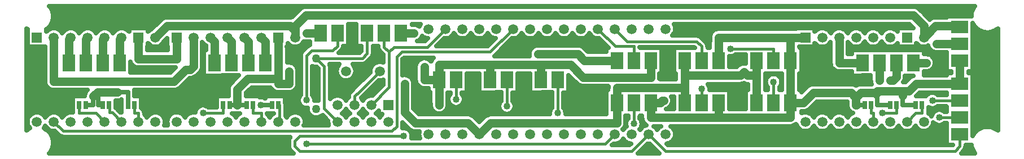
<source format=gbr>
G04 DipTrace 3.3.1.3*
G04 Top.gbr*
%MOIN*%
G04 #@! TF.FileFunction,Copper,L1,Top*
G04 #@! TF.Part,Single*
G04 #@! TA.AperFunction,ComponentPad*
%ADD13C,0.05*%
G04 #@! TA.AperFunction,CopperBalancing*
%ADD14C,0.025*%
G04 #@! TA.AperFunction,Conductor*
%ADD15C,0.016*%
G04 #@! TA.AperFunction,ComponentPad*
%ADD17C,0.059055*%
%ADD18R,0.059055X0.059055*%
%ADD19R,0.0591X0.0591*%
%ADD20C,0.0591*%
%ADD21R,0.075X0.1*%
%ADD22R,0.1X0.075*%
%ADD23R,0.025X0.05*%
G04 #@! TA.AperFunction,ComponentPad*
%ADD24C,0.05*%
G04 #@! TA.AperFunction,ViaPad*
%ADD25C,0.04*%
%FSLAX26Y26*%
G04*
G70*
G90*
G75*
G01*
G04 Top*
%LPD*%
X5731200Y1118700D2*
D13*
Y1186228D1*
X5668200Y1249228D1*
X2081700D1*
X2018700Y1186228D1*
Y1156700D1*
X1989172Y1186228D1*
X1261228D1*
X1193700Y1118700D1*
X2018700Y1156700D2*
Y1118700D1*
X5943700Y1181200D2*
Y1186228D1*
X5798728D1*
X5731200Y1118700D1*
X2665251Y844251D2*
Y674228D1*
X2728251Y611228D1*
X3038672D1*
X3106200Y543700D1*
X3918700Y731200D2*
Y819200D1*
X4318700D1*
Y893200D1*
X4648204D1*
X4668200Y913196D1*
X1418700Y1118700D2*
Y948200D1*
X1398700Y928200D1*
X1372704D1*
X4318700Y893200D2*
Y981200D1*
X4668200Y913196D2*
X4688196Y893200D1*
X4743700D1*
Y731200D1*
X5807200Y1081200D2*
X5943700D1*
X3452200Y1019700D2*
X3687948D1*
X3726448Y981200D1*
X3918700D1*
X4743700Y893200D2*
Y981200D1*
X4318700Y819200D2*
Y731200D1*
X3106200Y543700D2*
X3173728Y611228D1*
X3918700D1*
Y731200D1*
X1372704Y928200D2*
X1302208Y857704D1*
X593700D1*
Y1118700D1*
X4118700Y981200D2*
Y882200D1*
X4038676D1*
X3718700D1*
X3644200Y956700D1*
X3468700D1*
X3168700D1*
X2868700D1*
Y868700D1*
X3468700Y956700D2*
Y868700D1*
X5943700Y981200D2*
Y843700D1*
X781201Y718700D2*
D14*
X827196D1*
Y769200D1*
D13*
X852700Y794704D1*
X968196D1*
X1731199Y718700D2*
D14*
X1676704D1*
X1814200D2*
X1881199D1*
X5943700Y843700D2*
D13*
X5685196D1*
X5643196Y801700D1*
X5606700D1*
X5456700D1*
Y790204D1*
X5427700D1*
D14*
X5456700Y761204D1*
Y718700D1*
X5531199D1*
X1676704D2*
D13*
Y810700D1*
X1739704Y873700D1*
X1919200D1*
Y1056700D1*
X1918700D1*
Y1118700D1*
X827196Y769200D2*
D14*
X856196D1*
Y718700D1*
X881199D1*
X1676704D2*
X1631201D1*
X4118700Y731200D2*
D13*
Y643200D1*
X4518700D1*
X4943700D1*
Y731200D1*
Y981200D2*
Y1118700D1*
X4518700D1*
Y981200D1*
X2868700Y868700D2*
X2781251D1*
Y944200D1*
X4943700Y731200D2*
X5019200D1*
X5078204Y790204D1*
X5301196D1*
X5330196Y761204D1*
X5359196Y790204D1*
X5427700D1*
X1093700Y1118700D2*
Y991200D1*
X1318700D1*
Y1118700D1*
X2719200Y1143700D2*
X2643700D1*
X5381199Y718700D2*
D14*
X5331192D1*
D13*
X5330196D1*
Y761204D1*
X2086228Y1143700D2*
X2168700D1*
X5031200Y1118700D2*
X4943700D1*
Y731200D2*
Y981200D1*
X4518700Y643200D2*
Y731200D1*
X4194200Y744228D2*
X4187228D1*
X4174200Y731200D1*
X4118700D1*
X2868700Y868700D2*
Y718700D1*
X3168700Y956700D2*
Y868700D1*
X5606700Y801700D2*
Y772700D1*
D14*
Y718700D1*
X5681199D1*
X968196Y794704D2*
X1031199D1*
Y718700D1*
X1919200Y873700D2*
D13*
Y844700D1*
X1982200D1*
Y918700D1*
X5468700Y864700D2*
Y968700D1*
X743700Y718700D2*
D15*
Y669228D1*
X843172D1*
X893700Y618700D1*
X5718700Y718700D2*
Y669228D1*
X5681728D1*
X5631200Y618700D1*
X4843700Y855200D2*
Y731200D1*
X4418700Y814200D2*
Y731200D1*
X4589200Y1052200D2*
X4843700D1*
Y981200D1*
X4418700D2*
Y1065700D1*
X4389700Y1094700D1*
X3980200D1*
X3906200Y1168700D1*
X4018700Y981200D2*
Y1065700D1*
X3909200D1*
X3806200Y1168700D1*
X2085704Y745983D2*
Y1010700D1*
X2114704Y1039700D1*
X2239700D1*
X2268700Y1068700D1*
Y1143700D1*
X2085704Y485700D2*
X3848200D1*
X3906200Y543700D1*
X2968700Y751228D2*
Y868700D1*
X681200Y968700D2*
D13*
Y1106200D1*
X693700Y1118700D1*
X781200Y968700D2*
Y1106200D1*
X793700Y1118700D1*
X881200Y968700D2*
Y1106200D1*
X893700Y1118700D1*
X981200Y968700D2*
Y1106200D1*
X993700Y1118700D1*
X1543700Y968700D2*
Y1093700D1*
X1518700Y1118700D1*
X1643700Y968700D2*
Y1093700D1*
X1618700Y1118700D1*
X1743700Y968700D2*
Y1093700D1*
X1718700Y1118700D1*
X1843700Y968700D2*
Y1093700D1*
X1818700Y1118700D1*
X5368700Y968700D2*
X5231200D1*
Y1118700D1*
X5822728Y643700D2*
D15*
X5943700D1*
X5531700Y864700D2*
D13*
X5548700D1*
X5568700Y884700D1*
Y968700D1*
X5744200D2*
X5668700D1*
X593700Y618700D2*
D15*
X649231Y563169D1*
X2590251D1*
X2619251Y592169D1*
Y1003228D1*
X2648251Y1032228D1*
X3169728D1*
X3306200Y1168700D1*
X4018700Y606228D2*
Y731200D1*
X5485696Y669228D2*
X5568700D1*
Y718700D1*
X5418700D2*
Y669228D1*
X5431200D1*
Y618700D1*
X1918700Y718700D2*
X1927198D1*
Y627198D1*
X1918700Y618700D1*
X1768700Y718700D2*
Y669228D1*
X1818700D1*
Y618700D1*
X1474483Y669228D2*
X1593700D1*
Y718700D1*
X1068700D2*
Y669228D1*
X1093700D1*
Y618700D1*
X918700Y718700D2*
X922700D1*
Y672704D1*
X939696D1*
X993700Y618700D1*
X2268700D2*
X2189700Y697700D1*
Y947700D1*
X2143700Y993700D1*
X2660251Y534169D2*
X2044704D1*
X2015704Y505169D1*
Y473700D1*
X2044704Y444700D1*
X4007200D1*
X4106200Y543700D1*
X2143700Y993700D2*
X2414700D1*
X2443700Y1022700D1*
Y1143700D1*
X4106200Y543700D2*
X4205200Y444700D1*
X5914700D1*
X5943700Y473700D1*
Y543700D1*
X5781728Y743700D2*
X5943700D1*
X2468700Y718700D2*
X2572700Y822700D1*
Y1032228D1*
X2601700Y1061228D1*
X2798728D1*
X2906200Y1168700D1*
X2572700Y1032228D2*
X2543700Y1061228D1*
Y1143700D1*
X3268700Y710228D2*
Y868700D1*
X3568700Y669228D2*
Y868700D1*
X2368700Y718700D2*
Y769251D1*
X2397700Y798251D1*
X2398251D1*
X2518700Y918700D1*
D25*
X4668200Y913196D3*
X5807200Y1081200D3*
X1372704Y928200D3*
X2665251Y844251D3*
X3452200Y1019700D3*
X1982200Y918700D3*
X1814200Y718700D3*
X2781251Y944200D3*
X2719200Y1143700D3*
X4194200Y744228D3*
X4038676Y882200D3*
X1676704Y718700D3*
X968196Y794704D3*
X2868700Y718700D3*
X2086228Y1143700D3*
X5468700Y864700D3*
X4843700Y855200D3*
X4418700Y814200D3*
X4589200Y1052200D3*
X2085704Y745983D3*
Y485700D3*
X2968700Y751228D3*
X5822728Y643700D3*
X5531700Y864700D3*
X5744200Y968700D3*
X4018700Y606228D3*
X5485696Y669228D3*
X1474483D3*
X2660251Y534169D3*
X5781728Y743700D3*
X3268700Y710228D3*
X3568700Y669228D3*
X584283Y1280331D2*
D14*
X2037473D1*
X5712421D2*
X6015630D1*
X590886Y1255462D2*
X2012605D1*
X5737288D2*
X6009027D1*
X590706Y1230594D2*
X1232591D1*
X5762156D2*
X5770074D1*
X583709Y1205725D2*
X1205390D1*
X567992Y1180856D2*
X1180523D1*
X2335216D2*
X2377189D1*
X4263381D2*
X5661238D1*
X6022711D2*
X6031937D1*
X638002Y1155987D2*
X649401D1*
X738011D2*
X749408D1*
X838020D2*
X849383D1*
X938030D2*
X949393D1*
X2335216D2*
X2377189D1*
X4263274D2*
X4480684D1*
X5175521D2*
X5186881D1*
X5275531D2*
X5286894D1*
X5375504D2*
X5386867D1*
X5475513D2*
X5486876D1*
X6022711D2*
X6066191D1*
X6146224D2*
X6165195D1*
X2335216Y1131119D2*
X2377189D1*
X2950271D2*
X2962137D1*
X3050244D2*
X3062146D1*
X3150254D2*
X3162155D1*
X3350236D2*
X3362138D1*
X3450246D2*
X3462147D1*
X3550255D2*
X3562146D1*
X3650264D2*
X3662134D1*
X3750237D2*
X3762139D1*
X4250248D2*
X4466222D1*
X6022711D2*
X6165195D1*
X2335216Y1106250D2*
X2377189D1*
X2757035D2*
X2792476D1*
X2895045D2*
X3192477D1*
X3295046D2*
X3817365D1*
X4429453D2*
X4464715D1*
X6022711D2*
X6165195D1*
X1237985Y1081381D2*
X1260186D1*
X2062999D2*
X2102208D1*
X2335216D2*
X2377189D1*
X2870178D2*
X3167574D1*
X3270179D2*
X3842232D1*
X4451917D2*
X4464715D1*
X5375504D2*
X5386903D1*
X5475477D2*
X5486912D1*
X6022711D2*
X6165195D1*
X434718Y1056512D2*
X539703D1*
X1147701D2*
X1264707D1*
X1472704D2*
X1489701D1*
X1973217D2*
X2080211D1*
X2303459D2*
X2406685D1*
X2480691D2*
X2507018D1*
X3245311D2*
X3413667D1*
X3726446D2*
X3852208D1*
X4185190D2*
X4252209D1*
X5010203D2*
X5177196D1*
X5285183D2*
X5759488D1*
X6022711D2*
X6165195D1*
X434718Y1031644D2*
X539703D1*
X1973217D2*
X2055774D1*
X2282933D2*
X2401339D1*
X2480691D2*
X2521981D1*
X3220443D2*
X3399601D1*
X4185190D2*
X4252209D1*
X5010203D2*
X5177196D1*
X5285183D2*
X5302216D1*
X5735207D2*
X5790672D1*
X6022711D2*
X6165195D1*
X434718Y1006775D2*
X539703D1*
X1973217D2*
X2048705D1*
X2476815D2*
X2535689D1*
X4185190D2*
X4252209D1*
X4601626D2*
X4677186D1*
X5010203D2*
X5177196D1*
X5781390D2*
X5864701D1*
X6022711D2*
X6165195D1*
X434718Y981906D2*
X539703D1*
X1973217D2*
X2048705D1*
X2454208D2*
X2535689D1*
X2656236D2*
X2743674D1*
X4185190D2*
X4252209D1*
X4585191D2*
X4677186D1*
X5010203D2*
X5177196D1*
X5796461D2*
X5864701D1*
X6022711D2*
X6165195D1*
X434718Y957037D2*
X539703D1*
X2019077D2*
X2048705D1*
X2225411D2*
X2275349D1*
X2362058D2*
X2475332D1*
X2656236D2*
X2728890D1*
X4185190D2*
X4252209D1*
X4585191D2*
X4638682D1*
X5010203D2*
X5178523D1*
X5796856D2*
X5864701D1*
X6022711D2*
X6165195D1*
X434718Y932169D2*
X539703D1*
X1047692D2*
X1301345D1*
X2034399D2*
X2048705D1*
X2122710D2*
X2152697D1*
X2226702D2*
X2261821D1*
X2375586D2*
X2461804D1*
X2656236D2*
X2727239D1*
X4185190D2*
X4252209D1*
X5010203D2*
X5192411D1*
X5783005D2*
X5864701D1*
X6022711D2*
X6165195D1*
X434718Y907300D2*
X539703D1*
X1453147D2*
X1477213D1*
X2036193D2*
X2048705D1*
X2122710D2*
X2152697D1*
X2226702D2*
X2261354D1*
X2376052D2*
X2456026D1*
X2656236D2*
X2727239D1*
X4185190D2*
X4252209D1*
X5010203D2*
X5302216D1*
X5735207D2*
X5864701D1*
X6022711D2*
X6165195D1*
X434718Y882431D2*
X539703D1*
X1424799D2*
X1673105D1*
X2036193D2*
X2048705D1*
X2122710D2*
X2152697D1*
X2226702D2*
X2273483D1*
X2363888D2*
X2431158D1*
X2702311D2*
X2727239D1*
X3035209D2*
X3102193D1*
X3335201D2*
X3402184D1*
X3635193D2*
X3643111D1*
X4172702D2*
X4264697D1*
X4997715D2*
X5414713D1*
X5622638D2*
X5648750D1*
X6022711D2*
X6165195D1*
X434718Y857562D2*
X539703D1*
X1377395D2*
X1648237D1*
X2036193D2*
X2048705D1*
X2122710D2*
X2152697D1*
X2226702D2*
X2406255D1*
X2508860D2*
X2535689D1*
X2717490D2*
X2728459D1*
X3035209D2*
X3102193D1*
X3335201D2*
X3402184D1*
X3635193D2*
X3668015D1*
X4997715D2*
X5415180D1*
X5614959D2*
X5623739D1*
X6022711D2*
X6165195D1*
X434718Y832693D2*
X546198D1*
X1352528D2*
X1627640D1*
X2034794D2*
X2048705D1*
X2122710D2*
X2152697D1*
X2226702D2*
X2381387D1*
X2483992D2*
X2531419D1*
X2719249D2*
X2741915D1*
X3035209D2*
X3102193D1*
X3335201D2*
X3402184D1*
X3635193D2*
X3701997D1*
X4463866D2*
X4689709D1*
X4997715D2*
X5046613D1*
X6022711D2*
X6165195D1*
X434718Y807825D2*
X578386D1*
X1317541D2*
X1622688D1*
X1749156D2*
X1880767D1*
X2020655D2*
X2048705D1*
X2122710D2*
X2152697D1*
X2226702D2*
X2355981D1*
X2459124D2*
X2506551D1*
X2719249D2*
X2802201D1*
X3035209D2*
X3102193D1*
X3335201D2*
X3402184D1*
X3635193D2*
X3864696D1*
X4467275D2*
X4689709D1*
X4797697D2*
X4806692D1*
X4880697D2*
X4889692D1*
X4997715D2*
X5020490D1*
X6022711D2*
X6165195D1*
X434718Y782956D2*
X775067D1*
X1072703D2*
X1622688D1*
X1730711D2*
X2048705D1*
X2122710D2*
X2152697D1*
X2226702D2*
X2334522D1*
X2434257D2*
X2481683D1*
X2719249D2*
X2814689D1*
X2922712D2*
X2931707D1*
X3005712D2*
X3231699D1*
X3305704D2*
X3531691D1*
X3605696D2*
X3852208D1*
X4585191D2*
X4677186D1*
X5699789D2*
X5754321D1*
X5809164D2*
X5864701D1*
X6022711D2*
X6165195D1*
X434718Y758087D2*
X702187D1*
X1110202D2*
X1552211D1*
X1960191D2*
X2038298D1*
X2133116D2*
X2152697D1*
X2311066D2*
X2326305D1*
X2411075D2*
X2426314D1*
X2719249D2*
X2814689D1*
X3017195D2*
X3231699D1*
X3305704D2*
X3531691D1*
X3605696D2*
X3852208D1*
X4585191D2*
X4677186D1*
X6022711D2*
X6165195D1*
X434718Y733218D2*
X702187D1*
X960206D2*
X989691D1*
X1110202D2*
X1552211D1*
X1960980D2*
X2038478D1*
X2719249D2*
X2814689D1*
X3014073D2*
X3225778D1*
X3311625D2*
X3531691D1*
X3605696D2*
X3852208D1*
X4585191D2*
X4677186D1*
X5096540D2*
X5276200D1*
X6022711D2*
X6165195D1*
X434718Y708350D2*
X702187D1*
X960206D2*
X989691D1*
X1110202D2*
X1446855D1*
X1502129D2*
X1552211D1*
X1964210D2*
X2055882D1*
X2719249D2*
X2815765D1*
X2921636D2*
X2948214D1*
X2989205D2*
X3219749D1*
X3317653D2*
X3531691D1*
X3605696D2*
X3852208D1*
X4233633D2*
X4252209D1*
X4585191D2*
X4677186D1*
X5071672D2*
X5277241D1*
X5814439D2*
X5864701D1*
X6022711D2*
X6165195D1*
X434718Y683481D2*
X702187D1*
X980193D2*
X989690D1*
X1127606D2*
X1427729D1*
X1964210D2*
X2090725D1*
X2314798D2*
X2322609D1*
X2414807D2*
X2422592D1*
X2731342D2*
X2828612D1*
X2908789D2*
X3228146D1*
X3309221D2*
X3521930D1*
X3615456D2*
X3852208D1*
X5041063D2*
X5290123D1*
X5760218D2*
X5796162D1*
X5849319D2*
X5864701D1*
X6022711D2*
X6165195D1*
X434718Y658612D2*
X451894D1*
X535517D2*
X551868D1*
X635526D2*
X651877D1*
X1135536D2*
X1151887D1*
X1235509D2*
X1276872D1*
X1360530D2*
X1376881D1*
X1660522D2*
X1676873D1*
X1860504D2*
X1876891D1*
X1964210D2*
X1976865D1*
X2060523D2*
X2103500D1*
X2310564D2*
X2326843D1*
X2410537D2*
X2426852D1*
X2510546D2*
X2526862D1*
X3061333D2*
X3151067D1*
X5073036D2*
X5089387D1*
X5173009D2*
X5189396D1*
X5273019D2*
X5289370D1*
X6022711D2*
X6165195D1*
X1250186Y633743D2*
X1262231D1*
X2075163D2*
X2202361D1*
X3091475D2*
X3120924D1*
X6022711D2*
X6165195D1*
X1251370Y608875D2*
X1261047D1*
X2076348D2*
X2211009D1*
X4067633D2*
X4077812D1*
X5856029D2*
X5864668D1*
X6022711D2*
X6165195D1*
X434718Y584006D2*
X447176D1*
X2655267D2*
X2680159D1*
X4147619D2*
X4164795D1*
X4247628D2*
X4984713D1*
X5777694D2*
X5864701D1*
X6022711D2*
X6072937D1*
X6139442D2*
X6165195D1*
X565623Y559137D2*
X601962D1*
X2701988D2*
X2749846D1*
X4262556D2*
X5864701D1*
X6022711D2*
X6034290D1*
X582561Y534268D2*
X627906D1*
X2709237D2*
X2748482D1*
X4263919D2*
X5864701D1*
X590312Y509400D2*
X1978982D1*
X4253011D2*
X5864701D1*
X591173Y484531D2*
X1978695D1*
X3898331D2*
X3995745D1*
X4098314D2*
X4114091D1*
X4216660D2*
X5864701D1*
X585324Y459662D2*
X1981673D1*
X4073446D2*
X4138959D1*
X5977712D2*
X6014589D1*
X571257Y434793D2*
X2003311D1*
X4048578D2*
X4163826D1*
X5956074D2*
X6028656D1*
X2801582Y1112871D2*
X2793121Y1114220D1*
X2784759Y1116937D1*
X2776926Y1120929D1*
X2769813Y1126096D1*
X2768135Y1127648D1*
X2765087Y1120319D1*
X2760865Y1113429D1*
X2755616Y1107284D1*
X2749471Y1102035D1*
X2742581Y1097813D1*
X2737856Y1095732D1*
X2784458Y1095728D1*
X2801559Y1112850D1*
X2752145Y1183284D2*
X2754437Y1190141D1*
X2758286Y1197719D1*
X2707719Y1197728D1*
X2708004Y1195200D1*
X2723241Y1195041D1*
X2731222Y1193777D1*
X2738908Y1191280D1*
X2746109Y1187611D1*
X2752113Y1183282D1*
X2956200Y1143436D2*
X2951527Y1135768D1*
X2945817Y1129083D1*
X2939132Y1123373D1*
X2931636Y1118779D1*
X2923513Y1115415D1*
X2914965Y1113362D1*
X2906200Y1112672D1*
X2899432Y1113126D1*
X2853027Y1066737D1*
X3155402Y1066728D1*
X3201587Y1112877D1*
X3193121Y1114220D1*
X3184759Y1116937D1*
X3176926Y1120929D1*
X3169813Y1126096D1*
X3163596Y1132313D1*
X3158429Y1139426D1*
X3156121Y1143264D1*
X3151527Y1135768D1*
X3145817Y1129083D1*
X3139132Y1123373D1*
X3131636Y1118779D1*
X3123513Y1115415D1*
X3114965Y1113362D1*
X3106200Y1112672D1*
X3097435Y1113362D1*
X3088887Y1115415D1*
X3080764Y1118779D1*
X3073268Y1123373D1*
X3066583Y1129083D1*
X3060873Y1135768D1*
X3056200Y1143436D1*
X3051527Y1135768D1*
X3045817Y1129083D1*
X3039132Y1123373D1*
X3031636Y1118779D1*
X3023513Y1115415D1*
X3014965Y1113362D1*
X3006200Y1112672D1*
X2997435Y1113362D1*
X2988887Y1115415D1*
X2980764Y1118779D1*
X2973268Y1123373D1*
X2966583Y1129083D1*
X2960873Y1135768D1*
X2956200Y1143436D1*
X3356200D2*
X3351527Y1135768D1*
X3345817Y1129083D1*
X3339132Y1123373D1*
X3331636Y1118779D1*
X3323513Y1115415D1*
X3314965Y1113362D1*
X3306200Y1112672D1*
X3299432Y1113126D1*
X3194515Y1008224D1*
X3401983Y1008200D1*
X3400859Y1015659D1*
Y1023741D1*
X3402123Y1031722D1*
X3404620Y1039408D1*
X3408289Y1046609D1*
X3413039Y1053147D1*
X3418753Y1058861D1*
X3425291Y1063611D1*
X3432492Y1067280D1*
X3440178Y1069777D1*
X3448159Y1071041D1*
X3479759Y1071200D1*
X3691989Y1071041D1*
X3699970Y1069777D1*
X3707656Y1067280D1*
X3714857Y1063611D1*
X3721395Y1058861D1*
X3743851Y1036629D1*
X3747784Y1032696D1*
X3854734Y1032700D1*
X3854700Y1057700D1*
X3868444D1*
X3813022Y1113088D1*
X3806200Y1112672D1*
X3797435Y1113362D1*
X3788887Y1115415D1*
X3780764Y1118779D1*
X3773268Y1123373D1*
X3766583Y1129083D1*
X3760873Y1135768D1*
X3756200Y1143436D1*
X3751527Y1135768D1*
X3745817Y1129083D1*
X3739132Y1123373D1*
X3731636Y1118779D1*
X3723513Y1115415D1*
X3714965Y1113362D1*
X3706200Y1112672D1*
X3697435Y1113362D1*
X3688887Y1115415D1*
X3680764Y1118779D1*
X3673268Y1123373D1*
X3666583Y1129083D1*
X3660873Y1135768D1*
X3656200Y1143436D1*
X3651527Y1135768D1*
X3645817Y1129083D1*
X3639132Y1123373D1*
X3631636Y1118779D1*
X3623513Y1115415D1*
X3614965Y1113362D1*
X3606200Y1112672D1*
X3597435Y1113362D1*
X3588887Y1115415D1*
X3580764Y1118779D1*
X3573268Y1123373D1*
X3566583Y1129083D1*
X3560873Y1135768D1*
X3556200Y1143436D1*
X3551527Y1135768D1*
X3545817Y1129083D1*
X3539132Y1123373D1*
X3531636Y1118779D1*
X3523513Y1115415D1*
X3514965Y1113362D1*
X3506200Y1112672D1*
X3497435Y1113362D1*
X3488887Y1115415D1*
X3480764Y1118779D1*
X3473268Y1123373D1*
X3466583Y1129083D1*
X3460873Y1135768D1*
X3456200Y1143436D1*
X3451527Y1135768D1*
X3445817Y1129083D1*
X3439132Y1123373D1*
X3431636Y1118779D1*
X3423513Y1115415D1*
X3414965Y1113362D1*
X3406200Y1112672D1*
X3397435Y1113362D1*
X3388887Y1115415D1*
X3380764Y1118779D1*
X3373268Y1123373D1*
X3366583Y1129083D1*
X3360873Y1135768D1*
X3356200Y1143436D1*
X4262055Y1164304D2*
X4260680Y1155621D1*
X4257963Y1147259D1*
X4253971Y1139426D1*
X4248804Y1132313D1*
X4245922Y1129196D1*
X4392407Y1129094D1*
X4397754Y1128247D1*
X4402903Y1126574D1*
X4407726Y1124116D1*
X4412106Y1120934D1*
X4443095Y1090095D1*
X4446611Y1085979D1*
X4449440Y1081363D1*
X4451512Y1076361D1*
X4452775Y1071097D1*
X4453200Y1065689D1*
X4455750Y1057700D1*
X4467197D1*
X4467359Y1122741D1*
X4468623Y1130722D1*
X4471120Y1138408D1*
X4474789Y1145609D1*
X4479539Y1152147D1*
X4485253Y1157861D1*
X4491791Y1162611D1*
X4498992Y1166280D1*
X4506678Y1168777D1*
X4514659Y1170041D1*
X4546259Y1170200D1*
X4975170D1*
X4975173Y1174727D1*
X5087228D1*
Y1153448D1*
X5091583Y1158317D1*
X5098268Y1164027D1*
X5105764Y1168621D1*
X5113887Y1171985D1*
X5122435Y1174038D1*
X5131200Y1174728D1*
X5139965Y1174038D1*
X5148513Y1171985D1*
X5156636Y1168621D1*
X5164132Y1164027D1*
X5170817Y1158317D1*
X5176527Y1151632D1*
X5181200Y1143964D1*
X5185873Y1151632D1*
X5191583Y1158317D1*
X5198268Y1164027D1*
X5205764Y1168621D1*
X5213887Y1171985D1*
X5222435Y1174038D1*
X5231200Y1174728D1*
X5239965Y1174038D1*
X5248513Y1171985D1*
X5256636Y1168621D1*
X5264132Y1164027D1*
X5270817Y1158317D1*
X5276527Y1151632D1*
X5281200Y1143964D1*
X5285873Y1151632D1*
X5291583Y1158317D1*
X5298268Y1164027D1*
X5305764Y1168621D1*
X5313887Y1171985D1*
X5322435Y1174038D1*
X5331200Y1174728D1*
X5339965Y1174038D1*
X5348513Y1171985D1*
X5356636Y1168621D1*
X5364132Y1164027D1*
X5370817Y1158317D1*
X5376527Y1151632D1*
X5381200Y1143964D1*
X5385873Y1151632D1*
X5391583Y1158317D1*
X5398268Y1164027D1*
X5405764Y1168621D1*
X5413887Y1171985D1*
X5422435Y1174038D1*
X5431200Y1174728D1*
X5439965Y1174038D1*
X5448513Y1171985D1*
X5456636Y1168621D1*
X5464132Y1164027D1*
X5470817Y1158317D1*
X5476527Y1151632D1*
X5481200Y1143964D1*
X5485873Y1151632D1*
X5491583Y1158317D1*
X5498268Y1164027D1*
X5505764Y1168621D1*
X5513887Y1171985D1*
X5522435Y1174038D1*
X5531200Y1174728D1*
X5539965Y1174038D1*
X5548513Y1171985D1*
X5556636Y1168621D1*
X5564132Y1164027D1*
X5570817Y1158317D1*
X5575176Y1153346D1*
X5575173Y1174727D1*
X5669871D1*
X5646853Y1197743D1*
X4254112Y1197728D1*
X4257963Y1190141D1*
X4260680Y1181779D1*
X4262055Y1173096D1*
Y1164304D1*
Y539304D2*
X4260680Y530621D1*
X4257963Y522259D1*
X4253971Y514426D1*
X4248804Y507313D1*
X4242587Y501096D1*
X4235474Y495929D1*
X4227641Y491937D1*
X4219279Y489220D1*
X4210818Y487871D1*
X4219480Y479210D1*
X5900405Y479200D1*
X5900778Y479700D1*
X5867200D1*
X5867236Y607700D1*
X5861023Y609200D1*
X5853882D1*
X5850060Y606081D1*
X5843839Y602268D1*
X5837097Y599476D1*
X5830002Y597772D1*
X5822728Y597200D1*
X5815454Y597772D1*
X5808359Y599476D1*
X5801617Y602268D1*
X5795396Y606081D1*
X5789848Y610820D1*
X5787025Y613937D1*
X5785680Y605621D1*
X5782963Y597259D1*
X5778971Y589426D1*
X5773804Y582313D1*
X5767587Y576096D1*
X5760474Y570929D1*
X5752641Y566937D1*
X5744279Y564220D1*
X5735596Y562845D1*
X5726804D1*
X5718121Y564220D1*
X5709759Y566937D1*
X5701926Y570929D1*
X5694813Y576096D1*
X5688596Y582313D1*
X5683429Y589426D1*
X5681121Y593264D1*
X5676527Y585768D1*
X5670817Y579083D1*
X5664132Y573373D1*
X5656636Y568779D1*
X5648513Y565415D1*
X5639965Y563362D1*
X5631200Y562672D1*
X5622435Y563362D1*
X5613887Y565415D1*
X5605764Y568779D1*
X5598268Y573373D1*
X5591583Y579083D1*
X5585873Y585768D1*
X5581200Y593436D1*
X5576527Y585768D1*
X5570817Y579083D1*
X5564132Y573373D1*
X5556636Y568779D1*
X5548513Y565415D1*
X5539965Y563362D1*
X5531200Y562672D1*
X5522435Y563362D1*
X5513887Y565415D1*
X5505764Y568779D1*
X5498268Y573373D1*
X5491583Y579083D1*
X5485873Y585768D1*
X5481200Y593436D1*
X5476527Y585768D1*
X5470817Y579083D1*
X5464132Y573373D1*
X5456636Y568779D1*
X5448513Y565415D1*
X5439965Y563362D1*
X5431200Y562672D1*
X5422435Y563362D1*
X5413887Y565415D1*
X5405764Y568779D1*
X5398268Y573373D1*
X5391583Y579083D1*
X5385873Y585768D1*
X5381200Y593436D1*
X5376527Y585768D1*
X5370817Y579083D1*
X5364132Y573373D1*
X5356636Y568779D1*
X5348513Y565415D1*
X5339965Y563362D1*
X5331200Y562672D1*
X5322435Y563362D1*
X5313887Y565415D1*
X5305764Y568779D1*
X5298268Y573373D1*
X5291583Y579083D1*
X5285873Y585768D1*
X5281200Y593436D1*
X5276527Y585768D1*
X5270817Y579083D1*
X5264132Y573373D1*
X5256636Y568779D1*
X5248513Y565415D1*
X5239965Y563362D1*
X5231200Y562672D1*
X5222435Y563362D1*
X5213887Y565415D1*
X5205764Y568779D1*
X5198268Y573373D1*
X5191583Y579083D1*
X5185873Y585768D1*
X5181200Y593436D1*
X5176527Y585768D1*
X5170817Y579083D1*
X5164132Y573373D1*
X5156636Y568779D1*
X5148513Y565415D1*
X5139965Y563362D1*
X5131200Y562672D1*
X5122435Y563362D1*
X5113887Y565415D1*
X5105764Y568779D1*
X5098268Y573373D1*
X5091583Y579083D1*
X5085873Y585768D1*
X5081200Y593436D1*
X5076527Y585768D1*
X5070817Y579083D1*
X5064132Y573373D1*
X5056636Y568779D1*
X5048513Y565415D1*
X5039965Y563362D1*
X5031200Y562672D1*
X5022435Y563362D1*
X5013887Y565415D1*
X5005764Y568779D1*
X4998268Y573373D1*
X4991583Y579083D1*
X4985873Y585768D1*
X4981279Y593264D1*
X4977915Y601387D1*
X4977164Y604049D1*
X4970609Y599289D1*
X4963408Y595620D1*
X4955722Y593123D1*
X4947741Y591859D1*
X4916141Y591700D1*
X4235107D1*
X4242587Y586304D1*
X4248804Y580087D1*
X4253971Y572974D1*
X4257963Y565141D1*
X4260680Y556779D1*
X4262055Y548096D1*
Y539304D1*
X4156200Y568964D2*
X4160873Y576632D1*
X4166583Y583317D1*
X4173268Y589027D1*
X4177331Y591698D1*
X4135062Y591700D1*
X4139132Y589027D1*
X4145817Y583317D1*
X4151527Y576632D1*
X4156200Y568964D1*
X4112968Y488126D2*
X4106200Y487672D1*
X4099432Y488126D1*
X4043486Y432196D1*
X4168916Y432200D1*
X4113031Y488079D1*
X4056200Y568964D2*
X4060873Y576632D1*
X4066583Y583317D1*
X4073268Y589027D1*
X4080764Y593621D1*
X4088887Y596985D1*
X4093542Y598263D1*
X4088429Y601536D1*
X4082284Y606784D1*
X4077036Y612929D1*
X4072813Y619819D1*
X4069721Y627286D1*
X4067834Y635144D1*
X4067201Y643216D1*
X4067200Y654719D1*
X4054700Y654736D1*
X4053200Y648523D1*
Y637435D1*
X4058348Y630524D1*
X4061660Y624023D1*
X4063915Y617083D1*
X4065057Y609876D1*
Y602580D1*
X4063915Y595373D1*
X4061660Y588433D1*
X4058348Y581932D1*
X4054059Y576029D1*
X4052849Y574720D1*
X4056200Y568964D1*
X4001582Y487871D2*
X3993121Y489220D1*
X3984759Y491937D1*
X3976926Y495929D1*
X3969813Y501096D1*
X3963596Y507313D1*
X3958429Y514426D1*
X3956121Y518264D1*
X3951527Y510768D1*
X3945817Y504083D1*
X3939132Y498373D1*
X3931636Y493779D1*
X3923513Y490415D1*
X3914965Y488362D1*
X3906200Y487672D1*
X3899432Y488126D1*
X3890479Y479189D1*
X3992892Y479200D1*
X4001556Y487847D1*
X3956200Y568964D2*
X3960873Y576632D1*
X3966583Y583317D1*
X3973268Y589027D1*
X3975054Y590221D1*
X3973485Y595373D1*
X3972343Y602580D1*
Y609876D1*
X3973485Y617083D1*
X3975740Y624023D1*
X3979052Y630524D1*
X3983341Y636427D1*
X3984203Y637359D1*
X3984200Y654708D1*
X3970203Y654700D1*
X3970041Y607187D1*
X3968777Y599206D1*
X3966280Y591520D1*
X3962611Y584319D1*
X3957861Y577781D1*
X3955104Y574801D1*
X3953971Y572974D1*
X3956200Y568964D1*
X2755380Y520215D2*
X2752915Y526387D1*
X2750862Y534935D1*
X2750172Y543700D1*
X2750862Y552465D1*
X2752555Y559740D1*
X2724210Y559887D1*
X2716229Y561151D1*
X2708543Y563648D1*
X2701342Y567317D1*
X2694804Y572067D1*
X2672348Y594299D1*
X2653749Y612898D1*
X2653645Y589462D1*
X2652798Y584115D1*
X2652059Y581498D1*
X2652977Y580097D1*
X2660251Y580669D1*
X2667525Y580097D1*
X2674620Y578393D1*
X2681362Y575601D1*
X2687583Y571788D1*
X2693131Y567049D1*
X2697870Y561501D1*
X2701683Y555280D1*
X2704475Y548538D1*
X2706179Y541443D1*
X2706751Y534169D1*
X2706179Y526895D1*
X2704587Y520198D1*
X2755339Y520200D1*
X549728Y1166510D2*
Y1153448D1*
X554083Y1158317D1*
X560768Y1164027D1*
X568264Y1168621D1*
X576387Y1171985D1*
X584935Y1174038D1*
X593700Y1174728D1*
X602465Y1174038D1*
X611013Y1171985D1*
X619136Y1168621D1*
X626632Y1164027D1*
X633317Y1158317D1*
X639027Y1151632D1*
X643700Y1143964D1*
X648373Y1151632D1*
X654083Y1158317D1*
X660768Y1164027D1*
X668264Y1168621D1*
X676387Y1171985D1*
X684935Y1174038D1*
X693700Y1174728D1*
X702465Y1174038D1*
X711013Y1171985D1*
X719136Y1168621D1*
X726632Y1164027D1*
X733317Y1158317D1*
X739027Y1151632D1*
X743700Y1143964D1*
X748373Y1151632D1*
X754083Y1158317D1*
X760768Y1164027D1*
X768264Y1168621D1*
X776387Y1171985D1*
X784935Y1174038D1*
X793700Y1174728D1*
X802465Y1174038D1*
X811013Y1171985D1*
X819136Y1168621D1*
X826632Y1164027D1*
X833317Y1158317D1*
X839027Y1151632D1*
X843700Y1143964D1*
X848373Y1151632D1*
X854083Y1158317D1*
X860768Y1164027D1*
X868264Y1168621D1*
X876387Y1171985D1*
X884935Y1174038D1*
X893700Y1174728D1*
X902465Y1174038D1*
X911013Y1171985D1*
X919136Y1168621D1*
X926632Y1164027D1*
X933317Y1158317D1*
X939027Y1151632D1*
X943700Y1143964D1*
X948373Y1151632D1*
X954083Y1158317D1*
X960768Y1164027D1*
X968264Y1168621D1*
X976387Y1171985D1*
X984935Y1174038D1*
X993700Y1174728D1*
X1002465Y1174038D1*
X1011013Y1171985D1*
X1019136Y1168621D1*
X1026632Y1164027D1*
X1033317Y1158317D1*
X1037676Y1153346D1*
X1037672Y1174728D1*
X1149728D1*
Y1153448D1*
X1154083Y1158317D1*
X1160768Y1164027D1*
X1168264Y1168621D1*
X1172856Y1170683D1*
X1227781Y1225389D1*
X1234319Y1230139D1*
X1241520Y1233808D1*
X1249206Y1236305D1*
X1257187Y1237569D1*
X1288787Y1237728D1*
X1993228Y1237568D1*
X2001771Y1242131D1*
X2048253Y1288389D1*
X2054791Y1293139D1*
X2061992Y1296808D1*
X2069678Y1299305D1*
X2077659Y1300569D1*
X2109259Y1300728D1*
X5672241Y1300569D1*
X5680222Y1299305D1*
X5687908Y1296808D1*
X5695109Y1293139D1*
X5701647Y1288389D1*
X5724103Y1266157D1*
X5765045Y1225215D1*
X5771819Y1230139D1*
X5779020Y1233808D1*
X5786706Y1236305D1*
X5794687Y1237569D1*
X5826287Y1237728D1*
X5867231D1*
X5867200Y1245200D1*
X6010845D1*
X6011094Y1251185D1*
X6011974Y1258624D1*
X6013436Y1265971D1*
X6015469Y1273180D1*
X6018062Y1280208D1*
X6021198Y1287011D1*
X6024858Y1293547D1*
X6029020Y1299775D1*
X6033218Y1305200D1*
X566657D1*
X570880Y1299775D1*
X575042Y1293547D1*
X578702Y1287011D1*
X581838Y1280208D1*
X584431Y1273180D1*
X586464Y1265971D1*
X587926Y1258624D1*
X588806Y1251185D1*
X589100Y1243700D1*
X588806Y1236215D1*
X587926Y1228776D1*
X586464Y1221429D1*
X584431Y1214220D1*
X581838Y1207192D1*
X578702Y1200389D1*
X575042Y1193853D1*
X570880Y1187625D1*
X566243Y1181742D1*
X561158Y1176242D1*
X555658Y1171157D1*
X549751Y1166503D1*
X542228Y1062672D2*
X437672D1*
X437625Y1166520D1*
X432200Y1170718D1*
Y566608D1*
X437625Y570880D1*
X443853Y575042D1*
X453179Y579989D1*
X448373Y585768D1*
X443779Y593264D1*
X440415Y601387D1*
X438362Y609935D1*
X437672Y618700D1*
X438362Y627465D1*
X440415Y636013D1*
X443779Y644136D1*
X448373Y651632D1*
X454083Y658317D1*
X460768Y664027D1*
X468264Y668621D1*
X476387Y671985D1*
X484935Y674038D1*
X493700Y674728D1*
X502465Y674038D1*
X511013Y671985D1*
X519136Y668621D1*
X526632Y664027D1*
X533317Y658317D1*
X539027Y651632D1*
X543700Y643964D1*
X548373Y651632D1*
X554083Y658317D1*
X560768Y664027D1*
X568264Y668621D1*
X576387Y671985D1*
X584935Y674038D1*
X593700Y674728D1*
X602465Y674038D1*
X611013Y671985D1*
X619136Y668621D1*
X626632Y664027D1*
X633317Y658317D1*
X639027Y651632D1*
X643700Y643964D1*
X648373Y651632D1*
X654083Y658317D1*
X660768Y664027D1*
X668264Y668621D1*
X676387Y671985D1*
X684935Y674038D1*
X693700Y674728D1*
X702465Y674038D1*
X704706Y673592D1*
X704700Y770200D1*
X775715D1*
X776330Y777256D1*
X778217Y785114D1*
X781309Y792581D1*
X785532Y799471D1*
X791364Y806200D1*
X589659Y806363D1*
X581678Y807627D1*
X573992Y810124D1*
X566791Y813793D1*
X560253Y818543D1*
X554539Y824257D1*
X549789Y830795D1*
X546120Y837996D1*
X543623Y845682D1*
X542359Y853663D1*
X542200Y885263D1*
Y1062639D1*
X1149728Y1083976D2*
Y1062672D1*
X1145170D1*
X1145200Y1042733D1*
X1267200Y1042700D1*
Y1062645D1*
X1262672Y1062672D1*
Y1114812D1*
X1245704Y1097871D1*
X1243621Y1093264D1*
X1239027Y1085768D1*
X1233317Y1079083D1*
X1226632Y1073373D1*
X1219136Y1068779D1*
X1211013Y1065415D1*
X1202465Y1063362D1*
X1193700Y1062672D1*
X1184935Y1063362D1*
X1176387Y1065415D1*
X1168264Y1068779D1*
X1160768Y1073373D1*
X1154083Y1079083D1*
X1149724Y1084054D1*
X1249555Y614304D2*
X1248180Y605621D1*
X1245611Y597662D1*
X1266762Y597669D1*
X1264220Y605621D1*
X1262845Y614304D1*
Y623096D1*
X1264220Y631779D1*
X1266937Y640141D1*
X1270929Y647974D1*
X1276096Y655087D1*
X1282313Y661304D1*
X1289426Y666471D1*
X1297259Y670463D1*
X1305621Y673180D1*
X1314304Y674555D1*
X1323096D1*
X1331779Y673180D1*
X1340141Y670463D1*
X1347974Y666471D1*
X1355087Y661304D1*
X1361304Y655087D1*
X1366471Y647974D1*
X1368779Y644136D1*
X1373373Y651632D1*
X1379083Y658317D1*
X1385768Y664027D1*
X1393264Y668621D1*
X1401387Y671985D1*
X1409935Y674038D1*
X1418700Y674728D1*
X1427465Y674038D1*
X1428223Y673887D1*
X1429268Y680083D1*
X1431523Y687023D1*
X1434835Y693524D1*
X1439124Y699427D1*
X1444284Y704587D1*
X1450187Y708876D1*
X1456688Y712188D1*
X1463628Y714443D1*
X1470835Y715585D1*
X1478131D1*
X1485338Y714443D1*
X1492278Y712188D1*
X1498779Y708876D1*
X1504682Y704587D1*
X1505614Y703725D1*
X1554700Y703945D1*
Y770200D1*
X1625213D1*
X1625363Y814741D1*
X1626627Y822722D1*
X1629124Y830408D1*
X1632793Y837609D1*
X1637543Y844147D1*
X1659775Y866603D1*
X1685377Y892206D1*
X1479700Y892200D1*
Y1045200D1*
X1492224D1*
X1492200Y1069355D1*
X1485768Y1073373D1*
X1479083Y1079083D1*
X1473373Y1085768D1*
X1470198Y1090730D1*
X1470041Y944159D1*
X1468777Y936178D1*
X1466280Y928492D1*
X1462611Y921291D1*
X1457861Y914753D1*
X1435116Y891784D1*
X1428971Y886536D1*
X1422081Y882313D1*
X1414614Y879220D1*
X1406756Y877334D1*
X1398700Y876700D1*
X1394071D1*
X1335655Y818543D1*
X1329117Y813793D1*
X1321916Y810124D1*
X1314230Y807627D1*
X1306249Y806363D1*
X1274649Y806204D1*
X1068494D1*
X1069719Y800805D1*
X1070199Y794704D1*
Y770195D1*
X1107700Y770200D1*
Y700764D1*
X1111726Y698644D1*
X1116106Y695462D1*
X1119934Y691634D1*
X1123116Y687254D1*
X1125574Y682431D1*
X1127247Y677282D1*
X1128094Y671935D1*
X1128200Y662876D1*
X1133317Y658317D1*
X1139027Y651632D1*
X1143700Y643964D1*
X1148373Y651632D1*
X1154083Y658317D1*
X1160768Y664027D1*
X1168264Y668621D1*
X1176387Y671985D1*
X1184935Y674038D1*
X1193700Y674728D1*
X1202465Y674038D1*
X1211013Y671985D1*
X1219136Y668621D1*
X1226632Y664027D1*
X1233317Y658317D1*
X1239027Y651632D1*
X1243621Y644136D1*
X1246985Y636013D1*
X1249038Y627465D1*
X1249728Y618700D1*
X1249555Y614304D1*
X986932Y674274D2*
X992206Y674669D1*
X992199Y749166D1*
X987904Y747124D1*
X980218Y744627D1*
X972237Y743363D1*
X957682Y743204D1*
X957722Y702120D1*
X962102Y698938D1*
X986902Y674288D1*
X600468Y563126D2*
X593700Y562672D1*
X584935Y563362D1*
X576387Y565415D1*
X568264Y568779D1*
X560768Y573373D1*
X554083Y579083D1*
X548373Y585768D1*
X543700Y593436D1*
X539027Y585768D1*
X534216Y580054D1*
X543547Y575042D1*
X549775Y570880D1*
X555658Y566243D1*
X561158Y561158D1*
X566243Y555658D1*
X570880Y549775D1*
X575042Y543547D1*
X578702Y537011D1*
X581838Y530208D1*
X584431Y523180D1*
X586464Y515971D1*
X587926Y508624D1*
X588806Y501185D1*
X589100Y493700D1*
X588806Y486215D1*
X587926Y478776D1*
X586464Y471429D1*
X584431Y464220D1*
X581838Y457192D1*
X578702Y450389D1*
X575042Y443853D1*
X570880Y437625D1*
X566682Y432200D1*
X2008401D1*
X1989470Y451294D1*
X1986288Y455674D1*
X1983830Y460497D1*
X1982157Y465646D1*
X1981310Y470993D1*
X1981204Y505169D1*
X1981629Y510566D1*
X1982892Y515830D1*
X1984964Y520832D1*
X1987793Y525448D1*
X1989477Y527583D1*
X1983952Y528669D1*
X646524Y528775D1*
X641177Y529622D1*
X636028Y531295D1*
X631205Y533753D1*
X626825Y536935D1*
X600502Y563107D1*
X1974728Y1083976D2*
Y1062672D1*
X1970386D1*
X1970700Y1056684D1*
Y968891D1*
X1978159Y970041D1*
X1986241D1*
X1994222Y968777D1*
X2001908Y966280D1*
X2009109Y962611D1*
X2015647Y957861D1*
X2021361Y952147D1*
X2026111Y945609D1*
X2029780Y938408D1*
X2032277Y930722D1*
X2033541Y922741D1*
X2033700Y891141D1*
X2033541Y840659D1*
X2032277Y832678D1*
X2029780Y824992D1*
X2026111Y817791D1*
X2021361Y811253D1*
X2015647Y805539D1*
X2009109Y800789D1*
X2001908Y797120D1*
X1994222Y794623D1*
X1986241Y793359D1*
X1954641Y793200D1*
X1915159Y793359D1*
X1907178Y794623D1*
X1899492Y797120D1*
X1892291Y800789D1*
X1885753Y805539D1*
X1880039Y811253D1*
X1875289Y817791D1*
X1873306Y821334D1*
X1864082Y822200D1*
X1761058D1*
X1728189Y789353D1*
X1728204Y770187D1*
X1807700Y770200D1*
Y764709D1*
X1814200Y765200D1*
X1821474Y764628D1*
X1828569Y762924D1*
X1835311Y760132D1*
X1839457Y757706D1*
X1842226Y757700D1*
X1842199Y770200D1*
X1957700D1*
Y734854D1*
X1960010Y729361D1*
X1961273Y724097D1*
X1961698Y718700D1*
Y654647D1*
X1966471Y647974D1*
X1968779Y644136D1*
X1973373Y651632D1*
X1979083Y658317D1*
X1985768Y664027D1*
X1993264Y668621D1*
X2001387Y671985D1*
X2009935Y674038D1*
X2018700Y674728D1*
X2027465Y674038D1*
X2036013Y671985D1*
X2044136Y668621D1*
X2051632Y664027D1*
X2058317Y658317D1*
X2064027Y651632D1*
X2068621Y644136D1*
X2071985Y636013D1*
X2074038Y627465D1*
X2074728Y618700D1*
X2074038Y609935D1*
X2071985Y601387D1*
X2070611Y597662D1*
X2216760Y597669D1*
X2214199Y605615D1*
X2212823Y614302D1*
Y623098D1*
X2213108Y625505D1*
X2180692Y657917D1*
X2177147Y654539D1*
X2170609Y649789D1*
X2163408Y646120D1*
X2155722Y643623D1*
X2147741Y642359D1*
X2139659D1*
X2131678Y643623D1*
X2123992Y646120D1*
X2116791Y649789D1*
X2110253Y654539D1*
X2104539Y660253D1*
X2099789Y666791D1*
X2096120Y673992D1*
X2093623Y681678D1*
X2092359Y689659D1*
Y697741D1*
X2092628Y700015D1*
X2085704Y699483D1*
X2078430Y700055D1*
X2071335Y701759D1*
X2064593Y704551D1*
X2058372Y708364D1*
X2052824Y713103D1*
X2048085Y718651D1*
X2044272Y724872D1*
X2041480Y731614D1*
X2039776Y738709D1*
X2039204Y745983D1*
X2039776Y753257D1*
X2041480Y760352D1*
X2044272Y767094D1*
X2048085Y773315D1*
X2051207Y777114D1*
X2051310Y1013407D1*
X2052157Y1018754D1*
X2053830Y1023903D1*
X2056288Y1028726D1*
X2059470Y1033106D1*
X2090309Y1064095D1*
X2094425Y1067611D1*
X2099041Y1070440D1*
X2104053Y1072514D1*
X2104700Y1076386D1*
Y1092211D1*
X2082187Y1092359D1*
X2074206Y1093623D1*
X2069469Y1095032D1*
X2066471Y1089426D1*
X2061304Y1082313D1*
X2055087Y1076096D1*
X2047974Y1070929D1*
X2040141Y1066937D1*
X2031779Y1064220D1*
X2023096Y1062845D1*
X2014304D1*
X2005621Y1064220D1*
X1997259Y1066937D1*
X1989426Y1070929D1*
X1982313Y1076096D1*
X1976096Y1082313D1*
X1974724Y1084054D1*
X1868700Y643964D2*
X1873373Y651632D1*
X1879083Y658317D1*
X1885768Y664027D1*
X1890730Y667202D1*
X1853203Y667200D1*
X1855087Y661304D1*
X1861304Y655087D1*
X1866471Y647974D1*
X1868700Y643964D1*
X1668700D2*
X1673373Y651632D1*
X1679083Y658317D1*
X1685768Y664027D1*
X1692199Y668025D1*
X1688726Y668623D1*
X1680745Y667359D1*
X1672663D1*
X1670201Y667650D1*
X1670202Y667200D1*
X1646769D1*
X1651632Y664027D1*
X1658317Y658317D1*
X1664027Y651632D1*
X1668700Y643964D1*
X5087228Y1083976D2*
Y1062672D1*
X4995185D1*
X4999123Y1057700D1*
X5007700D1*
Y904700D1*
X4995176D1*
X4995200Y807700D1*
X5007700D1*
Y792521D1*
X5044757Y829365D1*
X5051295Y834115D1*
X5058496Y837784D1*
X5066182Y840281D1*
X5074163Y841545D1*
X5105763Y841704D1*
X5305237Y841545D1*
X5313218Y840281D1*
X5320904Y837784D1*
X5328118Y834106D1*
X5332287Y834115D1*
X5339488Y837784D1*
X5347174Y840281D1*
X5355155Y841545D1*
X5386755Y841704D1*
X5422603D1*
X5419720Y848786D1*
X5417834Y856644D1*
X5417200Y864700D1*
Y892223D1*
X5304700Y892200D1*
Y917211D1*
X5227159Y917359D1*
X5219178Y918623D1*
X5211492Y921120D1*
X5204291Y924789D1*
X5197753Y929539D1*
X5192039Y935253D1*
X5187289Y941791D1*
X5183620Y948992D1*
X5181123Y956678D1*
X5179859Y964659D1*
X5179700Y996259D1*
Y1090670D1*
X5176527Y1085768D1*
X5170817Y1079083D1*
X5164132Y1073373D1*
X5156636Y1068779D1*
X5148513Y1065415D1*
X5139965Y1063362D1*
X5131200Y1062672D1*
X5122435Y1063362D1*
X5113887Y1065415D1*
X5105764Y1068779D1*
X5098268Y1073373D1*
X5091583Y1079083D1*
X5087224Y1084054D1*
X5381200Y1093436D2*
X5376527Y1085768D1*
X5370817Y1079083D1*
X5364132Y1073373D1*
X5356636Y1068779D1*
X5348513Y1065415D1*
X5339965Y1063362D1*
X5331200Y1062672D1*
X5322435Y1063362D1*
X5313887Y1065415D1*
X5305764Y1068779D1*
X5298268Y1073373D1*
X5291583Y1079083D1*
X5285873Y1085768D1*
X5282698Y1090730D1*
X5282700Y1020198D1*
X5304727Y1020200D1*
X5304700Y1045200D1*
X5732700D1*
Y1020188D1*
X5748241Y1020041D1*
X5756222Y1018777D1*
X5763908Y1016280D1*
X5771109Y1012611D1*
X5777647Y1007861D1*
X5783361Y1002147D1*
X5788111Y995609D1*
X5791780Y988408D1*
X5794277Y980722D1*
X5795541Y972741D1*
Y964659D1*
X5794277Y956678D1*
X5791780Y948992D1*
X5788111Y941791D1*
X5783361Y935253D1*
X5777647Y929539D1*
X5771109Y924789D1*
X5763908Y921120D1*
X5756222Y918623D1*
X5748241Y917359D1*
X5732681Y917200D1*
X5732700Y895185D1*
X5867165Y895200D1*
X5867200Y907700D1*
X5892211D1*
X5892200Y917227D1*
X5867200Y917200D1*
Y1029724D1*
X5803159Y1029859D1*
X5795178Y1031123D1*
X5787492Y1033620D1*
X5780291Y1037289D1*
X5773753Y1042039D1*
X5768039Y1047753D1*
X5763289Y1054291D1*
X5759620Y1061492D1*
X5757161Y1069041D1*
X5748513Y1065415D1*
X5739965Y1063362D1*
X5731200Y1062672D1*
X5722435Y1063362D1*
X5713887Y1065415D1*
X5705764Y1068779D1*
X5698268Y1073373D1*
X5691583Y1079083D1*
X5687224Y1084054D1*
X5687228Y1062672D1*
X5575173D1*
Y1083952D1*
X5570817Y1079083D1*
X5564132Y1073373D1*
X5556636Y1068779D1*
X5548513Y1065415D1*
X5539965Y1063362D1*
X5531200Y1062672D1*
X5522435Y1063362D1*
X5513887Y1065415D1*
X5505764Y1068779D1*
X5498268Y1073373D1*
X5491583Y1079083D1*
X5485873Y1085768D1*
X5481200Y1093436D1*
X5476527Y1085768D1*
X5470817Y1079083D1*
X5464132Y1073373D1*
X5456636Y1068779D1*
X5448513Y1065415D1*
X5439965Y1063362D1*
X5431200Y1062672D1*
X5422435Y1063362D1*
X5413887Y1065415D1*
X5405764Y1068779D1*
X5398268Y1073373D1*
X5391583Y1079083D1*
X5385873Y1085768D1*
X5381200Y1093436D1*
X5757701Y668025D2*
X5764132Y664027D1*
X5770817Y658317D1*
X5776527Y651632D1*
X5776823Y651189D1*
X5778504Y658069D1*
X5781296Y664811D1*
X5785109Y671032D1*
X5789848Y676580D1*
X5795396Y681319D1*
X5801617Y685132D1*
X5808359Y687924D1*
X5815454Y689628D1*
X5822728Y690200D1*
X5830002Y689628D1*
X5837097Y687924D1*
X5843839Y685132D1*
X5850060Y681319D1*
X5853859Y678197D1*
X5867189Y678200D1*
X5867236Y707700D1*
X5861023Y709200D1*
X5812902D1*
X5809060Y706081D1*
X5802839Y702268D1*
X5796097Y699476D1*
X5789002Y697772D1*
X5781728Y697200D1*
X5774454Y697772D1*
X5767359Y699476D1*
X5760617Y702268D1*
X5757693Y703906D1*
X5757700Y668060D1*
X5281200Y643964D2*
X5285873Y651632D1*
X5291583Y658317D1*
X5298268Y664027D1*
X5305764Y668621D1*
X5311001Y670921D1*
X5303287Y674789D1*
X5296749Y679539D1*
X5291035Y685253D1*
X5286285Y691791D1*
X5282616Y698992D1*
X5280119Y706678D1*
X5278855Y714659D1*
X5278696Y738687D1*
X5099563Y738704D1*
X5052647Y692039D1*
X5046109Y687289D1*
X5038908Y683620D1*
X5031222Y681123D1*
X5023241Y679859D1*
X5007681Y679700D1*
X5007700Y669582D1*
X5013887Y671985D1*
X5022435Y674038D1*
X5031200Y674728D1*
X5039965Y674038D1*
X5048513Y671985D1*
X5056636Y668621D1*
X5064132Y664027D1*
X5070817Y658317D1*
X5076527Y651632D1*
X5081200Y643964D1*
X5085873Y651632D1*
X5091583Y658317D1*
X5098268Y664027D1*
X5105764Y668621D1*
X5113887Y671985D1*
X5122435Y674038D1*
X5131200Y674728D1*
X5139965Y674038D1*
X5148513Y671985D1*
X5156636Y668621D1*
X5164132Y664027D1*
X5170817Y658317D1*
X5176527Y651632D1*
X5181200Y643964D1*
X5185873Y651632D1*
X5191583Y658317D1*
X5198268Y664027D1*
X5205764Y668621D1*
X5213887Y671985D1*
X5222435Y674038D1*
X5231200Y674728D1*
X5239965Y674038D1*
X5248513Y671985D1*
X5256636Y668621D1*
X5264132Y664027D1*
X5270817Y658317D1*
X5276527Y651632D1*
X5281200Y643964D1*
X2533927Y662650D2*
X2512650D1*
Y683929D1*
X2508333Y679067D1*
X2501645Y673355D1*
X2494037Y668709D1*
X2501645Y664045D1*
X2508333Y658333D1*
X2514045Y651645D1*
X2518691Y644037D1*
X2523355Y651645D1*
X2529067Y658333D1*
X2533986Y662651D1*
X2443363Y668709D2*
X2435755Y673355D1*
X2429067Y679067D1*
X2423355Y685755D1*
X2418709Y693363D1*
X2414045Y685755D1*
X2408333Y679067D1*
X2401645Y673355D1*
X2394037Y668709D1*
X2401645Y664045D1*
X2408333Y658333D1*
X2414045Y651645D1*
X2418691Y644037D1*
X2423355Y651645D1*
X2429067Y658333D1*
X2435755Y664045D1*
X2443363Y668691D1*
X2418709Y744037D2*
X2423355Y751645D1*
X2429067Y758333D1*
X2435755Y764045D1*
X2443254Y768641D1*
X2451380Y772007D1*
X2459932Y774060D1*
X2468700Y774750D1*
X2475505Y774292D1*
X2538214Y837004D1*
X2538200Y866156D1*
X2531779Y864220D1*
X2523096Y862845D1*
X2514304D1*
X2511932Y863126D1*
X2420649Y772010D1*
X2407455Y759215D1*
X2411321Y755101D1*
X2416490Y747986D1*
X2418691Y744037D1*
X2343363Y668709D2*
X2335755Y673355D1*
X2329067Y679067D1*
X2323355Y685755D1*
X2318709Y693363D1*
X2314045Y685755D1*
X2308333Y679067D1*
X2301645Y673355D1*
X2294037Y668709D1*
X2301645Y664045D1*
X2308333Y658333D1*
X2314045Y651645D1*
X2318691Y644037D1*
X2323355Y651645D1*
X2329067Y658333D1*
X2335755Y664045D1*
X2343363Y668691D1*
X2318709Y744037D2*
X2323355Y751645D1*
X2329067Y758333D1*
X2334202Y762821D1*
X2334306Y771958D1*
X2335153Y777305D1*
X2336826Y782454D1*
X2339284Y787277D1*
X2342466Y791657D1*
X2373305Y822646D1*
X2386847Y835638D1*
X2463096Y911886D1*
X2462672Y918700D1*
X2463362Y927465D1*
X2465415Y936013D1*
X2468779Y944136D1*
X2473373Y951632D1*
X2479083Y958317D1*
X2485768Y964027D1*
X2493264Y968621D1*
X2501387Y971985D1*
X2509935Y974038D1*
X2518700Y974728D1*
X2527465Y974038D1*
X2536013Y971985D1*
X2538190Y971182D1*
X2538200Y1017946D1*
X2517466Y1038822D1*
X2514283Y1043202D1*
X2511826Y1048026D1*
X2510153Y1053174D1*
X2509306Y1058521D1*
X2509200Y1067221D1*
X2479700Y1067236D1*
X2478200Y1061023D1*
X2478093Y1019993D1*
X2477246Y1014646D1*
X2475574Y1009497D1*
X2473116Y1004673D1*
X2469934Y1000294D1*
X2439095Y969305D1*
X2434979Y965789D1*
X2430363Y962960D1*
X2425361Y960889D1*
X2420097Y959625D1*
X2414689Y959200D1*
X2357393D1*
X2361304Y955087D1*
X2366471Y947974D1*
X2370463Y940141D1*
X2373180Y931779D1*
X2374555Y923096D1*
Y914304D1*
X2373180Y905621D1*
X2370463Y897259D1*
X2366471Y889426D1*
X2361304Y882313D1*
X2355087Y876096D1*
X2347974Y870929D1*
X2340141Y866937D1*
X2331779Y864220D1*
X2323096Y862845D1*
X2314304D1*
X2305621Y864220D1*
X2297259Y866937D1*
X2289426Y870929D1*
X2282313Y876096D1*
X2276096Y882313D1*
X2270929Y889426D1*
X2266937Y897259D1*
X2264220Y905621D1*
X2262845Y914304D1*
Y923096D1*
X2264220Y931779D1*
X2266937Y940141D1*
X2270929Y947974D1*
X2276096Y955087D1*
X2280029Y959192D1*
X2222253Y959200D1*
X2223775Y953097D1*
X2224200Y947689D1*
Y752813D1*
X2229067Y758333D1*
X2235755Y764045D1*
X2243254Y768641D1*
X2251380Y772007D1*
X2259932Y774060D1*
X2268700Y774750D1*
X2277468Y774060D1*
X2286020Y772007D1*
X2294146Y768641D1*
X2301645Y764045D1*
X2308333Y758333D1*
X2314045Y751645D1*
X2318691Y744037D1*
X1045200Y973898D2*
Y909235D1*
X1280846Y909204D1*
X1311389Y939717D1*
X1089659Y939859D1*
X1081678Y941123D1*
X1073992Y943620D1*
X1066791Y947289D1*
X1060253Y952039D1*
X1054539Y957753D1*
X1049789Y964291D1*
X1046115Y971507D1*
X5667858Y892200D2*
X5620203D1*
X5620041Y880659D1*
X5618777Y872678D1*
X5616280Y864992D1*
X5612611Y857791D1*
X5610355Y854417D1*
X5615886Y853200D1*
X5621879D1*
X5651749Y882861D1*
X5658287Y887611D1*
X5665503Y891285D1*
X6020200Y1202390D2*
Y917200D1*
X5995189D1*
X5995200Y907673D1*
X6020200Y907700D1*
Y534963D1*
X6024858Y543547D1*
X6029020Y549775D1*
X6033657Y555658D1*
X6038742Y561158D1*
X6044242Y566243D1*
X6050125Y570880D1*
X6056353Y575042D1*
X6062889Y578702D1*
X6069692Y581838D1*
X6076720Y584431D1*
X6083929Y586464D1*
X6091276Y587926D1*
X6098715Y588806D1*
X6106200Y589100D1*
X6113685Y588806D1*
X6121124Y587926D1*
X6128471Y586464D1*
X6135680Y584431D1*
X6142708Y581838D1*
X6149511Y578702D1*
X6156047Y575042D1*
X6162275Y570880D1*
X6167700Y566682D1*
Y1170792D1*
X6162275Y1166520D1*
X6156047Y1162358D1*
X6149511Y1158698D1*
X6142708Y1155562D1*
X6135680Y1152969D1*
X6128471Y1150936D1*
X6121124Y1149474D1*
X6113685Y1148594D1*
X6106200Y1148300D1*
X6098715Y1148594D1*
X6091276Y1149474D1*
X6083929Y1150936D1*
X6076720Y1152969D1*
X6069692Y1155562D1*
X6062889Y1158698D1*
X6056353Y1162358D1*
X6050125Y1166520D1*
X6044242Y1171157D1*
X6038742Y1176242D1*
X6033657Y1181742D1*
X6029020Y1187625D1*
X6024858Y1193853D1*
X6020205Y1202542D1*
X3204674Y792200D2*
X3104700D1*
Y905199D1*
X3032735Y905200D1*
X3032700Y792200D1*
X3003167D1*
X3003200Y782399D1*
X3006319Y778560D1*
X3010132Y772339D1*
X3012924Y765597D1*
X3014628Y758502D1*
X3015200Y751228D1*
X3014628Y743954D1*
X3012924Y736859D1*
X3010132Y730117D1*
X3006319Y723896D1*
X3001580Y718348D1*
X2996032Y713609D1*
X2989811Y709796D1*
X2983069Y707004D1*
X2975974Y705300D1*
X2968700Y704728D1*
X2961426Y705300D1*
X2954331Y707004D1*
X2947589Y709796D1*
X2941368Y713609D1*
X2935820Y718348D1*
X2931081Y723896D1*
X2927268Y730117D1*
X2924476Y736859D1*
X2922772Y743954D1*
X2922200Y751228D1*
X2922772Y758502D1*
X2924476Y765597D1*
X2927268Y772339D1*
X2931081Y778560D1*
X2934203Y782359D1*
X2934200Y792172D1*
X2920203Y792200D1*
X2920041Y714659D1*
X2918777Y706678D1*
X2916280Y698992D1*
X2912611Y691791D1*
X2907861Y685253D1*
X2902147Y679539D1*
X2895609Y674789D1*
X2888408Y671120D1*
X2880722Y668623D1*
X2872741Y667359D1*
X2864659D1*
X2856678Y668623D1*
X2848992Y671120D1*
X2841791Y674789D1*
X2835253Y679539D1*
X2829539Y685253D1*
X2824789Y691791D1*
X2821120Y698992D1*
X2818623Y706678D1*
X2817359Y714659D1*
X2817200Y746259D1*
Y792227D1*
X2804700Y792200D1*
Y817211D1*
X2777210Y817359D1*
X2769229Y818623D1*
X2761543Y821120D1*
X2754342Y824789D1*
X2747804Y829539D1*
X2742090Y835253D1*
X2737340Y841791D1*
X2733671Y848992D1*
X2731174Y856678D1*
X2729910Y864659D1*
X2729751Y896259D1*
X2729910Y948241D1*
X2731174Y956222D1*
X2733671Y963908D1*
X2737340Y971109D1*
X2742090Y977647D1*
X2747804Y983361D1*
X2754342Y988111D1*
X2761543Y991780D1*
X2769229Y994277D1*
X2777210Y995541D1*
X2785292D1*
X2793273Y994277D1*
X2800959Y991780D1*
X2808160Y988111D1*
X2814698Y983361D1*
X2820412Y977647D1*
X2821204Y976642D1*
X2824789Y983609D1*
X2829539Y990147D1*
X2835266Y995871D1*
X2829833Y997728D1*
X2662577D1*
X2653743Y988929D1*
X2653751Y894463D1*
X2661210Y895592D1*
X2669292D1*
X2677273Y894328D1*
X2684959Y891831D1*
X2692160Y888162D1*
X2698698Y883412D1*
X2704412Y877698D1*
X2709162Y871160D1*
X2712831Y863959D1*
X2715328Y856273D1*
X2716592Y848292D1*
X2716751Y816692D1*
Y695583D1*
X2749598Y662713D1*
X3042713Y662569D1*
X3050694Y661305D1*
X3058380Y658808D1*
X3065581Y655139D1*
X3072119Y650389D1*
X3094575Y628157D1*
X3106222Y616510D1*
X3140281Y650389D1*
X3146819Y655139D1*
X3154020Y658808D1*
X3161706Y661305D1*
X3169687Y662569D1*
X3201287Y662728D1*
X3522630D1*
X3522200Y669228D1*
X3522772Y676502D1*
X3524476Y683597D1*
X3527268Y690339D1*
X3531081Y696560D1*
X3534203Y700359D1*
X3534200Y792203D1*
X3404700Y792200D1*
Y905199D1*
X3332735Y905200D1*
X3332700Y792200D1*
X3303167D1*
X3303200Y741419D1*
X3306319Y737560D1*
X3310132Y731339D1*
X3312924Y724597D1*
X3314628Y717502D1*
X3315200Y710228D1*
X3314628Y702954D1*
X3312924Y695859D1*
X3310132Y689117D1*
X3306319Y682896D1*
X3301580Y677348D1*
X3296032Y672609D1*
X3289811Y668796D1*
X3283069Y666004D1*
X3275974Y664300D1*
X3268700Y663728D1*
X3261426Y664300D1*
X3254331Y666004D1*
X3247589Y668796D1*
X3241368Y672609D1*
X3235820Y677348D1*
X3231081Y682896D1*
X3227268Y689117D1*
X3224476Y695859D1*
X3222772Y702954D1*
X3222200Y710228D1*
X3222772Y717502D1*
X3224476Y724597D1*
X3227268Y731339D1*
X3231081Y737560D1*
X3234203Y741359D1*
X3234200Y792223D1*
X3204700Y792236D1*
X2332700Y1197701D2*
Y1067200D1*
X2303167D1*
X2302247Y1060646D1*
X2300574Y1055497D1*
X2298116Y1050674D1*
X2294934Y1046294D1*
X2276983Y1028192D1*
X2400380Y1028200D1*
X2409208Y1036999D1*
X2409200Y1067232D1*
X2379700Y1067200D1*
X2379486Y1197728D1*
X2332729D1*
X5720214Y770200D2*
X5743538D1*
X5746369Y773899D1*
X5751529Y779059D1*
X5757432Y783348D1*
X5763933Y786660D1*
X5770873Y788915D1*
X5778080Y790057D1*
X5785376D1*
X5792583Y788915D1*
X5799523Y786660D1*
X5806024Y783348D1*
X5811927Y779059D1*
X5812859Y778197D1*
X5867168Y778200D1*
X5867200Y792197D1*
X5706541Y792200D1*
X5684541Y770213D1*
X5720199Y770164D1*
X6011839Y479700D2*
X5978180D1*
X5978094Y470993D1*
X5977247Y465646D1*
X5975574Y460497D1*
X5973116Y455674D1*
X5969934Y451294D1*
X5950968Y432177D1*
X6033243Y432200D1*
X6029020Y437625D1*
X6024858Y443853D1*
X6021198Y450389D1*
X6018062Y457192D1*
X6015469Y464220D1*
X6013436Y471429D1*
X6011868Y479677D1*
X3632700Y895357D2*
Y792200D1*
X3603167D1*
X3603200Y700439D1*
X3608348Y693524D1*
X3611660Y687023D1*
X3613915Y680083D1*
X3615057Y672876D1*
Y665580D1*
X3614720Y662733D1*
X3854702Y662728D1*
X3854700Y807700D1*
X3867224D1*
X3867359Y823241D1*
X3867837Y827272D1*
X3864135Y830700D1*
X3714659Y830859D1*
X3706678Y832123D1*
X3698992Y834620D1*
X3691791Y838289D1*
X3685253Y843039D1*
X3662797Y865271D1*
X3632678Y895390D1*
X2146304Y942302D2*
X2139659Y942359D1*
X2131678Y943623D1*
X2123992Y946120D1*
X2120195Y947883D1*
X2120204Y777130D1*
X2123323Y773315D1*
X2127136Y767094D1*
X2129928Y760352D1*
X2131632Y753257D1*
X2132204Y745983D1*
X2132122Y743888D1*
X2139659Y745041D1*
X2147741D1*
X2155211Y743879D1*
X2155200Y933423D1*
X2146350Y942259D1*
X4688887Y807700D2*
X4692224D1*
X4692200Y841687D1*
X4684155Y841859D1*
X4676174Y843123D1*
X4668473Y845627D1*
X4664118Y844221D1*
X4656260Y842334D1*
X4648188Y841701D1*
X4456319Y841532D1*
X4460132Y835311D1*
X4462924Y828569D1*
X4464628Y821474D1*
X4465200Y814200D1*
X4464720Y807705D1*
X4582700Y807700D1*
Y694700D1*
X4679712D1*
X4679700Y807700D1*
X4688887D1*
X4795211D2*
X4807700Y807664D1*
X4809200Y813877D1*
Y824032D1*
X4806081Y827868D1*
X4802268Y834089D1*
X4799476Y840831D1*
X4797772Y847926D1*
X4797200Y855200D1*
X4797772Y862474D1*
X4799476Y869569D1*
X4802268Y876311D1*
X4806081Y882532D1*
X4810820Y888080D1*
X4816368Y892819D1*
X4822589Y896632D1*
X4829331Y899424D1*
X4836426Y901128D1*
X4843700Y901700D1*
X4850974Y901128D1*
X4858069Y899424D1*
X4864811Y896632D1*
X4871032Y892819D1*
X4876580Y888080D1*
X4881319Y882532D1*
X4885132Y876311D1*
X4887924Y869569D1*
X4889628Y862474D1*
X4890200Y855200D1*
X4889628Y847926D1*
X4887924Y840831D1*
X4885132Y834089D1*
X4881319Y827868D1*
X4878197Y824069D1*
X4878200Y807725D1*
X4892197Y807700D1*
X4892200Y904700D1*
X4795177D1*
X4795200Y807688D1*
X4254700Y694711D2*
Y767699D1*
X4240087Y767609D1*
X4243179Y760142D1*
X4245066Y752284D1*
X4245700Y744228D1*
X4245066Y736172D1*
X4243179Y728314D1*
X4240087Y720847D1*
X4235864Y713957D1*
X4230616Y707812D1*
X4224471Y702564D1*
X4217581Y698341D1*
X4210564Y694700D1*
X4254665D1*
X4679700Y963370D2*
Y1017699D1*
X4620393Y1017700D1*
X4616532Y1014581D1*
X4610311Y1010768D1*
X4603569Y1007976D1*
X4596474Y1006272D1*
X4589200Y1005700D1*
X4582705Y1006180D1*
X4582700Y944701D1*
X4626838Y944700D1*
X4634753Y952357D1*
X4641291Y957107D1*
X4648492Y960776D1*
X4656178Y963273D1*
X4664159Y964537D1*
X4672241D1*
X4676272Y964059D1*
X4263886Y1057700D2*
X4377909D1*
X4371327Y1060200D1*
X4053214D1*
X4055750Y1057700D1*
X4182700D1*
Y904700D1*
X4170177D1*
X4170041Y878159D1*
X4169563Y874128D1*
X4175918Y870700D1*
X4267171D1*
X4267200Y904719D1*
X4254700Y904700D1*
Y1057700D1*
X4263886D1*
D17*
X2806200Y1168700D3*
X2906200D3*
X3006200D3*
X3106200D3*
X3206200D3*
X3306200D3*
X3406200D3*
X3506200D3*
X3606200D3*
X3706200D3*
X3806200D3*
X3906200D3*
X4006200D3*
X4106200D3*
X4206200D3*
Y543700D3*
X4106200D3*
X4006200D3*
X3906200D3*
X3806200D3*
X3706200D3*
X3606200D3*
X3506200D3*
X3406200D3*
X3306200D3*
X3206200D3*
X3106200D3*
X3006200D3*
X2906200D3*
X2806200D3*
D18*
X493700Y1118700D3*
D17*
X593700D3*
X693700D3*
X793700D3*
X893700D3*
X993700D3*
D18*
X1093700D3*
D17*
X1193700D3*
Y618700D3*
X1093700D3*
X993700D3*
X893700D3*
X793700D3*
X693700D3*
X593700D3*
X493700D3*
D18*
X1318700Y1118700D3*
D17*
X1418700D3*
X1518700D3*
X1618700D3*
X1718700D3*
X1818700D3*
D18*
X1918700D3*
D17*
X2018700D3*
Y618700D3*
X1918700D3*
X1818700D3*
X1718700D3*
X1618700D3*
X1518700D3*
X1418700D3*
X1318700D3*
D18*
X5031200Y1118700D3*
D17*
X5131200D3*
X5231200D3*
X5331200D3*
X5431200D3*
X5531200D3*
D18*
X5631200D3*
D17*
X5731200D3*
Y618700D3*
X5631200D3*
X5531200D3*
X5431200D3*
X5331200D3*
X5231200D3*
X5131200D3*
X5031200D3*
D19*
X2568700Y718700D3*
D20*
X2468700D3*
X2368700D3*
X2268700D3*
X2568700Y618700D3*
X2468700D3*
X2368700D3*
X2268700D3*
D21*
X681200Y968700D3*
X781200D3*
X881200D3*
X981200D3*
X1543700D3*
X1643700D3*
X1743700D3*
X1843700D3*
X5368700D3*
X5468700D3*
X5568700D3*
X5668700D3*
D22*
X5943700Y1181200D3*
Y1081200D3*
Y981200D3*
D21*
X3168700Y868700D3*
X3268700D3*
X2868700D3*
X2968700D3*
X2168700Y1143700D3*
X2268700D3*
D23*
X1068700Y718700D3*
X1031199D3*
X918700D3*
X881199D3*
X743700D3*
X781201D3*
X1918700D3*
X1881199D3*
X1768700D3*
X1731199D3*
X1593700D3*
X1631201D3*
X5718700D3*
X5681199D3*
X5568700D3*
X5531199D3*
X5418700D3*
X5381199D3*
D22*
X5943700Y543700D3*
Y643700D3*
Y743700D3*
Y843700D3*
D21*
X3468700Y868700D3*
X3568700D3*
X2443700Y1143700D3*
X2543700D3*
X2643700D3*
D13*
X2143700Y993700D3*
D24*
Y693700D3*
D17*
X2518700Y918700D3*
X2318700D3*
D21*
X4743700Y731200D3*
X4843700D3*
X4943700D3*
X4318700D3*
X4418700D3*
X4518700D3*
X4743700Y981200D3*
X4843700D3*
X4943700D3*
X4318700D3*
X4418700D3*
X4518700D3*
X3918700D3*
X4018700D3*
X4118700D3*
X3918700Y731200D3*
X4018700D3*
X4118700D3*
M02*

</source>
